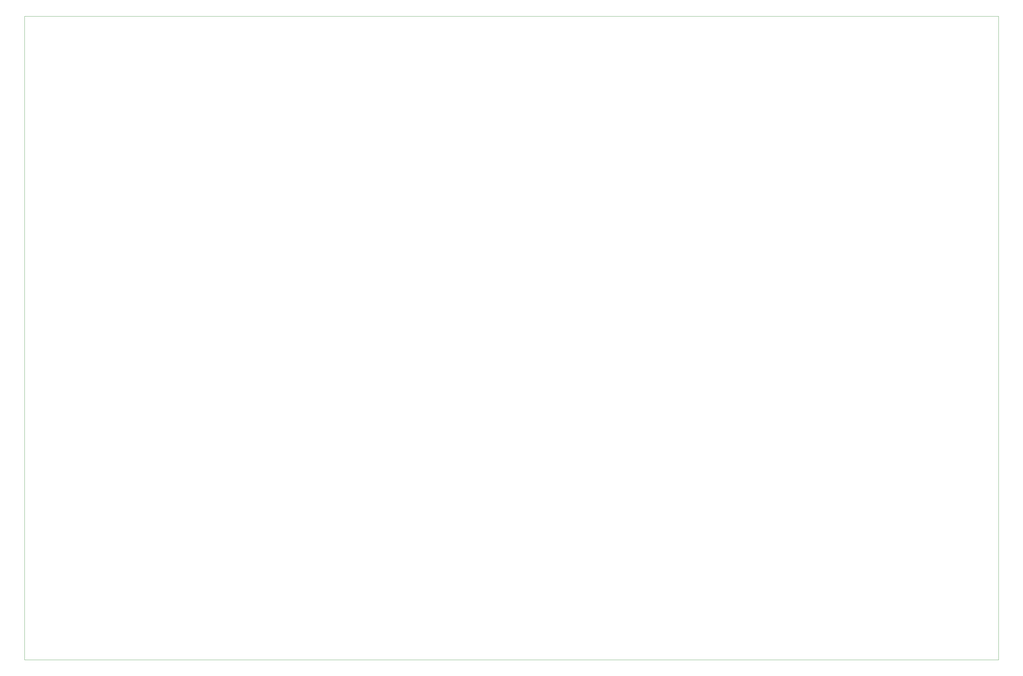
<source format=gm1>
%TF.GenerationSoftware,KiCad,Pcbnew,5.1.6*%
%TF.CreationDate,2020-08-16T02:17:22-06:00*%
%TF.ProjectId,20x30,32307833-302e-46b6-9963-61645f706362,rev?*%
%TF.SameCoordinates,Original*%
%TF.FileFunction,Profile,NP*%
%FSLAX46Y46*%
G04 Gerber Fmt 4.6, Leading zero omitted, Abs format (unit mm)*
G04 Created by KiCad (PCBNEW 5.1.6) date 2020-08-16 02:17:22*
%MOMM*%
%LPD*%
G01*
G04 APERTURE LIST*
%TA.AperFunction,Profile*%
%ADD10C,0.100000*%
%TD*%
%TA.AperFunction,Profile*%
%ADD11C,0.050000*%
%TD*%
G04 APERTURE END LIST*
D10*
X325120000Y-223520000D02*
X25400000Y-223520000D01*
D11*
X325120000Y-25400000D02*
X325120000Y-223520000D01*
X25400000Y-223520000D02*
X25400000Y-25400000D01*
D10*
X25400000Y-25400000D02*
X325120000Y-25400000D01*
M02*

</source>
